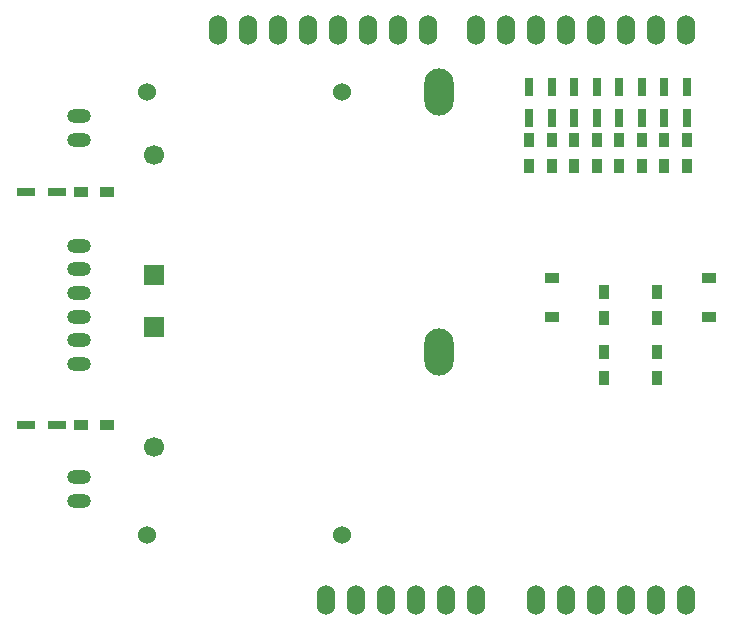
<source format=gts>
G04 #@! TF.FileFunction,Soldermask,Top*
%FSLAX46Y46*%
G04 Gerber Fmt 4.6, Leading zero omitted, Abs format (unit mm)*
G04 Created by KiCad (PCBNEW 4.0.1-stable) date Friday, 17 June 2016 'pmt' 14:47:11*
%MOMM*%
G01*
G04 APERTURE LIST*
%ADD10C,0.100000*%
%ADD11R,1.220000X0.910000*%
%ADD12C,1.699260*%
%ADD13R,1.699260X1.699260*%
%ADD14O,2.499360X4.000500*%
%ADD15O,2.000000X1.200000*%
%ADD16R,0.900000X1.200000*%
%ADD17O,1.524000X2.540000*%
%ADD18C,1.524000*%
%ADD19R,1.500000X0.800000*%
%ADD20R,1.200000X0.900000*%
%ADD21R,0.800000X1.500000*%
G04 APERTURE END LIST*
D10*
D11*
X200660000Y-78470000D03*
X200660000Y-75200000D03*
X213995000Y-78470000D03*
X213995000Y-75200000D03*
D12*
X167005000Y-64770000D03*
D13*
X167005000Y-74930000D03*
D12*
X167005000Y-89535000D03*
D13*
X167005000Y-79375000D03*
D14*
X191135000Y-81485740D03*
X191135000Y-59484260D03*
D15*
X160655000Y-61500000D03*
X160655000Y-63500000D03*
X160655000Y-92075000D03*
X160655000Y-94075000D03*
X160655000Y-72470000D03*
X160655000Y-74470000D03*
X160655000Y-76470000D03*
X160655000Y-78470000D03*
X160655000Y-80470000D03*
X160655000Y-82470000D03*
D16*
X205105000Y-78570000D03*
X205105000Y-76370000D03*
X209550000Y-78570000D03*
X209550000Y-76370000D03*
X205105000Y-83650000D03*
X205105000Y-81450000D03*
X209550000Y-83650000D03*
X209550000Y-81450000D03*
D17*
X212001100Y-102463600D03*
X209461100Y-102463600D03*
X206921100Y-102463600D03*
X199301100Y-102463600D03*
X201841100Y-102463600D03*
X204381100Y-102463600D03*
X194221100Y-102463600D03*
X191681100Y-102463600D03*
X189141100Y-102463600D03*
X184061100Y-102463600D03*
X181521100Y-102463600D03*
X212001100Y-54203600D03*
X209461100Y-54203600D03*
X206921100Y-54203600D03*
X204381100Y-54203600D03*
X201841100Y-54203600D03*
X199301100Y-54203600D03*
X196761100Y-54203600D03*
X194221100Y-54203600D03*
X190157100Y-54203600D03*
X187617100Y-54203600D03*
X185077100Y-54203600D03*
X182537100Y-54203600D03*
X179997100Y-54203600D03*
X177457100Y-54203600D03*
X174917100Y-54203600D03*
X172377100Y-54203600D03*
X186601100Y-102463600D03*
D18*
X182880000Y-59470000D03*
X182880000Y-96970000D03*
X166380000Y-96970000D03*
X166380000Y-59470000D03*
D19*
X158780000Y-67945000D03*
X156180000Y-67945000D03*
X158780000Y-87630000D03*
X156180000Y-87630000D03*
D20*
X163025000Y-67945000D03*
X160825000Y-67945000D03*
X163025000Y-87630000D03*
X160825000Y-87630000D03*
D21*
X212090000Y-61625000D03*
X212090000Y-59025000D03*
X210185000Y-61625000D03*
X210185000Y-59025000D03*
X208280000Y-61625000D03*
X208280000Y-59025000D03*
X206375000Y-61625000D03*
X206375000Y-59025000D03*
X204470000Y-61625000D03*
X204470000Y-59025000D03*
X202565000Y-61625000D03*
X202565000Y-59025000D03*
X200660000Y-61625000D03*
X200660000Y-59025000D03*
X198755000Y-61625000D03*
X198755000Y-59025000D03*
D16*
X212090000Y-65700000D03*
X212090000Y-63500000D03*
X210185000Y-65700000D03*
X210185000Y-63500000D03*
X208280000Y-65700000D03*
X208280000Y-63500000D03*
X206375000Y-65700000D03*
X206375000Y-63500000D03*
X204470000Y-65700000D03*
X204470000Y-63500000D03*
X202565000Y-65700000D03*
X202565000Y-63500000D03*
X200660000Y-65700000D03*
X200660000Y-63500000D03*
X198755000Y-65700000D03*
X198755000Y-63500000D03*
M02*

</source>
